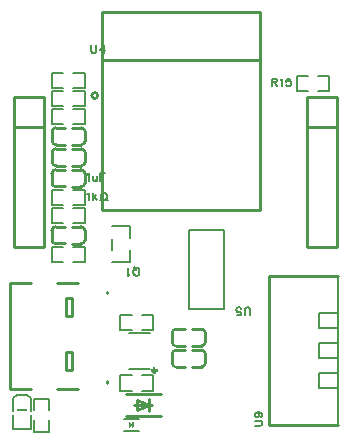
<source format=gto>
G04 Layer: TopSilkscreenLayer*
G04 EasyEDA Pro v2.2.32.3, 2024-10-30 17:41:05*
G04 Gerber Generator version 0.3*
G04 Scale: 100 percent, Rotated: No, Reflected: No*
G04 Dimensions in millimeters*
G04 Leading zeros omitted, absolute positions, 3 integers and 5 decimals*
%FSLAX35Y35*%
%MOMM*%
%ADD10C,0.1524*%
%ADD11C,0.254*%
%ADD12C,0.15001*%
%ADD13C,0.13*%
%ADD14C,0.1*%
%ADD15C,0.2032*%
%ADD16C,0.3073*%
%ADD17C,0.3*%
G75*


G04 Text Start*
G54D10*
G01X655320Y-1378712D02*
G01X661416Y-1375410D01*
G01X670814Y-1366266D01*
G01X670814Y-1431290D01*
G01X701040Y-1387856D02*
G01X701040Y-1418844D01*
G01X704088Y-1428242D01*
G01X710184Y-1431290D01*
G01X719582Y-1431290D01*
G01X725678Y-1428242D01*
G01X735076Y-1418844D01*
G01X735076Y-1387856D02*
G01X735076Y-1431290D01*
G01X765302Y-1366266D02*
G01X765302Y-1431290D01*
G01X765302Y-1366266D02*
G01X805434Y-1366266D01*
G01X765302Y-1397254D02*
G01X789940Y-1397254D01*
G01X687718Y-285267D02*
G01X687718Y-331749D01*
G01X690766Y-340893D01*
G01X697116Y-347243D01*
G01X706260Y-350291D01*
G01X712610Y-350291D01*
G01X721754Y-347243D01*
G01X727850Y-340893D01*
G01X731152Y-331749D01*
G01X731152Y-285267D01*
G01X792112Y-285267D02*
G01X761378Y-328447D01*
G01X807606Y-328447D01*
G01X792112Y-285267D02*
G01X792112Y-350291D01*
G01X2031977Y-2568075D02*
G01X2031977Y-2521593D01*
G01X2028929Y-2512449D01*
G01X2022579Y-2506099D01*
G01X2013435Y-2503051D01*
G01X2007085Y-2503051D01*
G01X1997941Y-2506099D01*
G01X1991845Y-2512449D01*
G01X1988543Y-2521593D01*
G01X1988543Y-2568075D01*
G01X1921233Y-2568075D02*
G01X1952221Y-2568075D01*
G01X1955269Y-2540389D01*
G01X1952221Y-2543437D01*
G01X1943077Y-2546485D01*
G01X1933679Y-2546485D01*
G01X1924281Y-2543437D01*
G01X1918185Y-2537087D01*
G01X1915137Y-2527943D01*
G01X1915137Y-2521593D01*
G01X1918185Y-2512449D01*
G01X1924281Y-2506099D01*
G01X1933679Y-2503051D01*
G01X1943077Y-2503051D01*
G01X1952221Y-2506099D01*
G01X1955269Y-2509401D01*
G01X1958317Y-2515497D01*
G01X2071103Y-3505279D02*
G01X2117585Y-3505279D01*
G01X2126729Y-3502231D01*
G01X2133079Y-3495881D01*
G01X2136127Y-3486737D01*
G01X2136127Y-3480387D01*
G01X2133079Y-3471243D01*
G01X2126729Y-3465147D01*
G01X2117585Y-3461845D01*
G01X2071103Y-3461845D01*
G01X2092693Y-3391487D02*
G01X2102091Y-3394535D01*
G01X2108187Y-3400885D01*
G01X2111235Y-3410029D01*
G01X2111235Y-3413077D01*
G01X2108187Y-3422475D01*
G01X2102091Y-3428571D01*
G01X2092693Y-3431619D01*
G01X2089645Y-3431619D01*
G01X2080247Y-3428571D01*
G01X2074151Y-3422475D01*
G01X2071103Y-3413077D01*
G01X2071103Y-3410029D01*
G01X2074151Y-3400885D01*
G01X2080247Y-3394535D01*
G01X2092693Y-3391487D01*
G01X2108187Y-3391487D01*
G01X2123681Y-3394535D01*
G01X2133079Y-3400885D01*
G01X2136127Y-3410029D01*
G01X2136127Y-3416379D01*
G01X2133079Y-3425523D01*
G01X2126729Y-3428571D01*
G01X2217420Y-566166D02*
G01X2217420Y-631190D01*
G01X2217420Y-566166D02*
G01X2245360Y-566166D01*
G01X2254504Y-569214D01*
G01X2257552Y-572262D01*
G01X2260854Y-578612D01*
G01X2260854Y-584708D01*
G01X2257552Y-590804D01*
G01X2254504Y-593852D01*
G01X2245360Y-597154D01*
G01X2217420Y-597154D01*
G01X2239010Y-597154D02*
G01X2260854Y-631190D01*
G01X2291080Y-578612D02*
G01X2297176Y-575310D01*
G01X2306320Y-566166D01*
G01X2306320Y-631190D01*
G01X2373630Y-566166D02*
G01X2342642Y-566166D01*
G01X2339594Y-593852D01*
G01X2342642Y-590804D01*
G01X2351786Y-587756D01*
G01X2361184Y-587756D01*
G01X2370582Y-590804D01*
G01X2376678Y-597154D01*
G01X2379726Y-606298D01*
G01X2379726Y-612648D01*
G01X2376678Y-621792D01*
G01X2370582Y-628142D01*
G01X2361184Y-631190D01*
G01X2351786Y-631190D01*
G01X2342642Y-628142D01*
G01X2339594Y-624840D01*
G01X2336546Y-618744D01*
G01X1076138Y-2235675D02*
G01X1082234Y-2232627D01*
G01X1088584Y-2226531D01*
G01X1091632Y-2220181D01*
G01X1094680Y-2211037D01*
G01X1094680Y-2195543D01*
G01X1091632Y-2186145D01*
G01X1088584Y-2180049D01*
G01X1082234Y-2173699D01*
G01X1076138Y-2170651D01*
G01X1063692Y-2170651D01*
G01X1057596Y-2173699D01*
G01X1051246Y-2180049D01*
G01X1048198Y-2186145D01*
G01X1045150Y-2195543D01*
G01X1045150Y-2211037D01*
G01X1048198Y-2220181D01*
G01X1051246Y-2226531D01*
G01X1057596Y-2232627D01*
G01X1063692Y-2235675D01*
G01X1076138Y-2235675D01*
G01X1066740Y-2183097D02*
G01X1048198Y-2164555D01*
G01X1014924Y-2223229D02*
G01X1008828Y-2226531D01*
G01X999684Y-2235675D01*
G01X999684Y-2170651D01*
G01X655320Y-1543812D02*
G01X661416Y-1540510D01*
G01X670814Y-1531366D01*
G01X670814Y-1596390D01*
G01X701040Y-1531366D02*
G01X701040Y-1596390D01*
G01X731774Y-1552956D02*
G01X701040Y-1583944D01*
G01X713232Y-1571498D02*
G01X735076Y-1596390D01*
G01X765302Y-1596390D02*
G01X786892Y-1596390D01*
G01X780542Y-1586992D01*
G01X774446Y-1577848D01*
G01X771398Y-1568450D01*
G01X771398Y-1559052D01*
G01X774446Y-1549908D01*
G01X777494Y-1543812D01*
G01X783844Y-1537462D01*
G01X789940Y-1534414D01*
G01X802386Y-1534414D01*
G01X808482Y-1537462D01*
G01X814832Y-1543812D01*
G01X817880Y-1549908D01*
G01X820928Y-1559052D01*
G01X820928Y-1568450D01*
G01X817880Y-1577848D01*
G01X811530Y-1586992D01*
G01X805434Y-1596390D01*
G01X827024Y-1596390D01*
G04 Text End*

G04 PolygonModel Start*
G54D11*
G01X777801Y-404901D02*
G01X777801Y-684D01*
G01X2120900Y-684D01*
G01X2120900Y-404901D01*
G01X356299Y-1271877D02*
G01X356299Y-1191875D01*
G01X467274Y-1302863D02*
G01X387276Y-1302863D01*
G01X467274Y-1160897D02*
G01X387276Y-1160897D01*
G01X524863Y-1303444D02*
G01X604863Y-1303444D01*
G01X635846Y-1272461D02*
G01X635846Y-1192464D01*
G01X524863Y-1161484D02*
G01X604863Y-1161484D01*
G01X635851Y-1272461D02*
G02X604868Y-1303444I-30983J0D01*
G01X604868Y-1161478D02*
G02X635851Y-1192464I0J-30983D01*
G01X387281Y-1302863D02*
G02X356299Y-1271877I0J30983D01*
G01X356299Y-1191880D02*
G02X387281Y-1160897I30983J0D01*
G01X356299Y-1094077D02*
G01X356299Y-1014075D01*
G01X467274Y-1125063D02*
G01X387276Y-1125063D01*
G01X467274Y-983097D02*
G01X387276Y-983097D01*
G01X524863Y-1125644D02*
G01X604863Y-1125644D01*
G01X635846Y-1094661D02*
G01X635846Y-1014664D01*
G01X524863Y-983684D02*
G01X604863Y-983684D01*
G01X635851Y-1094661D02*
G02X604868Y-1125644I-30983J0D01*
G01X604868Y-983678D02*
G02X635851Y-1014664I0J-30983D01*
G01X387281Y-1125063D02*
G02X356299Y-1094077I0J30983D01*
G01X356299Y-1014080D02*
G02X387281Y-983097I30983J0D01*
G01X634302Y-1369723D02*
G01X634302Y-1449725D01*
G01X523326Y-1338737D02*
G01X603324Y-1338737D01*
G01X523326Y-1480703D02*
G01X603324Y-1480703D01*
G01X465737Y-1338156D02*
G01X385737Y-1338156D01*
G01X354754Y-1369139D02*
G01X354754Y-1449136D01*
G01X465737Y-1480116D02*
G01X385737Y-1480116D01*
G01X354749Y-1369139D02*
G02X385732Y-1338156I30983J0D01*
G01X385732Y-1480121D02*
G02X354749Y-1449136I0J30983D01*
G01X603319Y-1338737D02*
G02X634302Y-1369723I0J-30983D01*
G01X634302Y-1449720D02*
G02X603319Y-1480703I-30983J0D01*
G01X1373726Y-2798313D02*
G01X1373726Y-2718311D01*
G01X1484701Y-2829298D02*
G01X1404704Y-2829298D01*
G01X1484701Y-2687333D02*
G01X1404704Y-2687333D01*
G01X1542291Y-2829880D02*
G01X1622290Y-2829880D01*
G01X1653273Y-2798897D02*
G01X1653273Y-2718900D01*
G01X1542291Y-2687919D02*
G01X1622290Y-2687919D01*
G01X1653278Y-2798897D02*
G02X1622295Y-2829880I-30983J0D01*
G01X1622295Y-2687914D02*
G02X1653278Y-2718900I0J-30983D01*
G01X1404709Y-2829298D02*
G02X1373726Y-2798313I0J30983D01*
G01X1373726Y-2718316D02*
G02X1404709Y-2687333I30983J0D01*
G01X1373726Y-2976113D02*
G01X1373726Y-2896111D01*
G01X1484701Y-3007098D02*
G01X1404704Y-3007098D01*
G01X1484701Y-2865133D02*
G01X1404704Y-2865133D01*
G01X1542291Y-3007680D02*
G01X1622290Y-3007680D01*
G01X1653273Y-2976697D02*
G01X1653273Y-2896700D01*
G01X1542291Y-2865719D02*
G01X1622290Y-2865719D01*
G01X1653278Y-2976697D02*
G02X1622295Y-3007680I-30983J0D01*
G01X1622295Y-2865714D02*
G02X1653278Y-2896700I0J-30983D01*
G01X1404709Y-3007098D02*
G02X1373726Y-2976113I0J30983D01*
G01X1373726Y-2896116D02*
G02X1404709Y-2865133I30983J0D01*
G54D12*
G01X177256Y-3414944D02*
G01X177256Y-3529950D01*
G01X27244Y-3414944D02*
G01X27244Y-3529950D01*
G01X177251Y-3529950D02*
G01X29253Y-3529950D01*
G01X27015Y-3376943D02*
G01X27015Y-3271931D01*
G01X67026Y-3241937D02*
G01X57023Y-3241937D01*
G01X57023Y-3241937D02*
G01X27015Y-3271931D01*
G01X137018Y-3241937D02*
G01X67026Y-3241937D01*
G01X137018Y-3241937D02*
G01X147033Y-3241937D01*
G01X147033Y-3241937D02*
G01X177028Y-3271931D01*
G01X177028Y-3376943D02*
G01X177028Y-3271931D01*
G36*
G01X141597Y-3360910D02*
G01X61598Y-3360910D01*
G01X61598Y-3380905D01*
G01X141597Y-3380905D01*
G01X141597Y-3360910D01*
G37*
G54D10*
G01X452679Y-822940D02*
G01X356791Y-822940D01*
G01X356791Y-822940D02*
G01X356791Y-955060D01*
G01X356791Y-955060D02*
G01X452679Y-955060D01*
G01X537921Y-822940D02*
G01X633809Y-822940D01*
G01X633809Y-822940D02*
G01X633809Y-955060D01*
G01X633809Y-955060D02*
G01X537921Y-955060D01*
G01X332760Y-3373679D02*
G01X332760Y-3277791D01*
G01X332760Y-3277791D02*
G01X200640Y-3277791D01*
G01X200640Y-3277791D02*
G01X200640Y-3373679D01*
G01X332760Y-3458921D02*
G01X332760Y-3554809D01*
G01X332760Y-3554809D02*
G01X200640Y-3554809D01*
G01X200640Y-3554809D02*
G01X200640Y-3458921D01*
G01X537921Y-650260D02*
G01X633809Y-650260D01*
G01X633809Y-650260D02*
G01X633809Y-518140D01*
G01X633809Y-518140D02*
G01X537921Y-518140D01*
G01X452679Y-650260D02*
G01X356791Y-650260D01*
G01X356791Y-650260D02*
G01X356791Y-518140D01*
G01X356791Y-518140D02*
G01X452679Y-518140D01*
G01X537921Y-802660D02*
G01X633809Y-802660D01*
G01X633809Y-802660D02*
G01X633809Y-670540D01*
G01X633809Y-670540D02*
G01X537921Y-670540D01*
G01X452679Y-802660D02*
G01X356791Y-802660D01*
G01X356791Y-802660D02*
G01X356791Y-670540D01*
G01X356791Y-670540D02*
G01X452679Y-670540D01*
G54D11*
G01X2117799Y-404901D02*
G01X777801Y-404901D01*
G01X777801Y-404901D02*
G01X777801Y-759902D01*
G01X2117799Y-1674899D02*
G01X2117799Y-404901D01*
G01X777801Y-754901D02*
G01X777801Y-1674899D01*
G01X777801Y-1674899D02*
G01X2117799Y-1674899D01*
G54D10*
G01X1808142Y-1851779D02*
G01X1808142Y-2517021D01*
G01X1808142Y-2517021D02*
G01X1513863Y-2517021D01*
G01X1513863Y-2517021D02*
G01X1513863Y-1851779D01*
G01X1513863Y-1851779D02*
G01X1808142Y-1851779D01*
G01X1183055Y-2717757D02*
G01X1005214Y-2717757D01*
G01X1183055Y-3025594D02*
G01X1005214Y-3025594D01*
G54D11*
G01X1282619Y-3423699D02*
G01X982619Y-3423699D01*
G01X1281283Y-3235732D02*
G01X981283Y-3235732D01*
G01X1206815Y-3329046D02*
G01X1054415Y-3329046D01*
G01X1181415Y-3379846D02*
G01X1181415Y-3278246D01*
G01X1079815Y-3288406D02*
G01X1181415Y-3329046D01*
G01X1079815Y-3369686D02*
G01X1079815Y-3288406D01*
G01X1181415Y-3329046D02*
G01X1079815Y-3369686D01*
G54D13*
G01X1095619Y-3546478D02*
G01X965617Y-3546478D01*
G01X1095619Y-3446478D02*
G01X965617Y-3446478D01*
G54D14*
G01X1030618Y-3519338D02*
G01X1030618Y-3471078D01*
G36*
G01X1030618Y-3496478D02*
G01X1007758Y-3524418D01*
G01X1007758Y-3468538D01*
G01X1030618Y-3496478D01*
G37*
G36*
G01X1030618Y-3496478D02*
G01X1053478Y-3468538D01*
G01X1053478Y-3524418D01*
G01X1030618Y-3496478D01*
G37*
G54D10*
G01X1114374Y-3211833D02*
G01X1210262Y-3211833D01*
G01X1210262Y-3211833D02*
G01X1210262Y-3079712D01*
G01X1210262Y-3079712D02*
G01X1114374Y-3079712D01*
G01X1029132Y-3211833D02*
G01X933244Y-3211833D01*
G01X933244Y-3211833D02*
G01X933244Y-3079712D01*
G01X933244Y-3079712D02*
G01X1029132Y-3079712D01*
G01X1114374Y-2698938D02*
G01X1210262Y-2698938D01*
G01X1210262Y-2698938D02*
G01X1210262Y-2566817D01*
G01X1210262Y-2566817D02*
G01X1114374Y-2566817D01*
G01X1029132Y-2698938D02*
G01X933244Y-2698938D01*
G01X933244Y-2698938D02*
G01X933244Y-2566817D01*
G01X933244Y-2566817D02*
G01X1029132Y-2566817D01*
G54D11*
G01X394769Y-2293902D02*
G01X577787Y-2293902D01*
G01X174765Y-3197898D02*
G01X-1476Y-3197898D01*
G01X-1476Y-3197898D02*
G01X-1476Y-2293902D01*
G01X-1476Y-2293902D02*
G01X179779Y-2293902D01*
G01X572773Y-3197898D02*
G01X399783Y-3197898D01*
G01X824522Y-3129900D02*
G01X824522Y-3142135D01*
G01X824522Y-2381900D02*
G01X824522Y-2369665D01*
G01X292100Y-1993900D02*
G01X38100Y-1993900D01*
G01X38100Y-1993900D02*
G01X38100Y-723900D01*
G01X38100Y-723900D02*
G01X292100Y-723900D01*
G01X292100Y-723900D02*
G01X292100Y-1993900D01*
G01X292100Y-980252D02*
G01X38100Y-980252D01*
G01X2768600Y-1993900D02*
G01X2514600Y-1993900D01*
G01X2514600Y-1993900D02*
G01X2514600Y-723900D01*
G01X2514600Y-723900D02*
G01X2768600Y-723900D01*
G01X2768600Y-723900D02*
G01X2768600Y-1993900D01*
G01X2768600Y-980252D02*
G01X2514600Y-980252D01*
G01X2775712Y-2239264D02*
G01X2191675Y-2239264D01*
G01X2191675Y-2239264D02*
G01X2190737Y-2240201D01*
G01X2190737Y-2240201D02*
G01X2190737Y-3500199D01*
G01X2190737Y-3500199D02*
G01X2775712Y-3500199D01*
G54D15*
G01X2775712Y-2552700D02*
G01X2616200Y-2552700D01*
G01X2616200Y-2552700D02*
G01X2616200Y-2679700D01*
G01X2616200Y-2679700D02*
G01X2775712Y-2679700D01*
G01X2775712Y-2806700D02*
G01X2616200Y-2806700D01*
G01X2616200Y-2806700D02*
G01X2616200Y-2933700D01*
G01X2616200Y-2933700D02*
G01X2775712Y-2933700D01*
G01X2775712Y-3060700D02*
G01X2616200Y-3060700D01*
G01X2616200Y-3060700D02*
G01X2616200Y-3187700D01*
G01X2616200Y-3187700D02*
G01X2775712Y-3187700D01*
G01X2775712Y-3501136D02*
G01X2775712Y-2489200D01*
G01X2775712Y-2489200D02*
G01X2775712Y-2239264D01*
G54D10*
G01X2608021Y-675660D02*
G01X2703909Y-675660D01*
G01X2703909Y-675660D02*
G01X2703909Y-543540D01*
G01X2703909Y-543540D02*
G01X2608021Y-543540D01*
G01X2522779Y-675660D02*
G01X2426891Y-675660D01*
G01X2426891Y-675660D02*
G01X2426891Y-543540D01*
G01X2426891Y-543540D02*
G01X2522779Y-543540D01*
G54D11*
G01X634302Y-1852323D02*
G01X634302Y-1932325D01*
G01X523326Y-1821337D02*
G01X603324Y-1821337D01*
G01X523326Y-1963303D02*
G01X603324Y-1963303D01*
G01X465737Y-1820756D02*
G01X385737Y-1820756D01*
G01X354754Y-1851739D02*
G01X354754Y-1931736D01*
G01X465737Y-1962716D02*
G01X385737Y-1962716D01*
G01X354749Y-1851739D02*
G02X385732Y-1820756I30983J0D01*
G01X385732Y-1962721D02*
G02X354749Y-1931736I0J30983D01*
G01X603319Y-1821337D02*
G02X634302Y-1852323I0J-30983D01*
G01X634302Y-1932320D02*
G02X603319Y-1963303I-30983J0D01*
G54D10*
G01X867179Y-2121121D02*
G01X1012421Y-2121121D01*
G01X1012421Y-2121121D02*
G01X1012421Y-2017959D01*
G01X867179Y-1815879D02*
G01X1012421Y-1815879D01*
G01X1012421Y-1815879D02*
G01X1012421Y-1919041D01*
G01X867179Y-2014040D02*
G01X867179Y-1922960D01*
G01X537921Y-1640860D02*
G01X633809Y-1640860D01*
G01X633809Y-1640860D02*
G01X633809Y-1508740D01*
G01X633809Y-1508740D02*
G01X537921Y-1508740D01*
G01X452679Y-1640860D02*
G01X356791Y-1640860D01*
G01X356791Y-1640860D02*
G01X356791Y-1508740D01*
G01X356791Y-1508740D02*
G01X452679Y-1508740D01*
G01X452679Y-1661140D02*
G01X356791Y-1661140D01*
G01X356791Y-1661140D02*
G01X356791Y-1793260D01*
G01X356791Y-1793260D02*
G01X452679Y-1793260D01*
G01X537921Y-1661140D02*
G01X633809Y-1661140D01*
G01X633809Y-1661140D02*
G01X633809Y-1793260D01*
G01X633809Y-1793260D02*
G01X537921Y-1793260D01*
G01X537921Y-2123460D02*
G01X633809Y-2123460D01*
G01X633809Y-2123460D02*
G01X633809Y-1991340D01*
G01X633809Y-1991340D02*
G01X537921Y-1991340D01*
G01X452679Y-2123460D02*
G01X356791Y-2123460D01*
G01X356791Y-2123460D02*
G01X356791Y-1991340D01*
G01X356791Y-1991340D02*
G01X452679Y-1991340D01*

G04 Rect Start*
G54D11*
G01X473710Y-2425700D02*
G01X524510Y-2425700D01*
G01X524510Y-2578100D01*
G01X473710Y-2578100D01*
G01X473710Y-2425700D01*
G01X473710Y-2882900D02*
G01X524510Y-2882900D01*
G01X524510Y-3035300D01*
G01X473710Y-3035300D01*
G01X473710Y-2882900D01*
G04 Rect End*

G04 Circle Start*
G01X692798Y-709900D02*
G03X742785Y-709900I24994J0D01*
G03X692798Y-709900I-24994J0D01*
G54D17*
G01X1209272Y-3038503D02*
G03X1239295Y-3038503I15011J0D01*
G03X1209272Y-3038503I-15011J0D01*
G04 Circle End*

M02*


</source>
